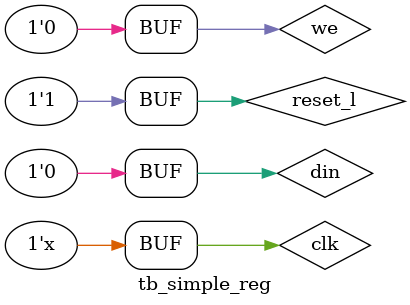
<source format=v>
`timescale 1ns / 1ps


module tb_simple_reg;

    reg clk;
    reg reset_l;
    reg we;
    reg din;
    
    simple_reg uut (
        .clk(clk),
        .reset_l(reset_l),
        .we(we),
        .din(din)
    );
    
    always begin
        #5 clk = ~clk; // 100MHz clock
    end
    
    initial begin
        clk = 1;
        reset_l = 0;
        we = 0;
        din = 0;
        
        #11;
        reset_l = 1;
        
        #10;
        we = 1;
        din = 1;
        
        #10;
        we = 0;
        
        #50;
        we = 1;
        din = 0;
        
        #10;
        we = 0;
        #10;
        
        
    end
    
endmodule

</source>
